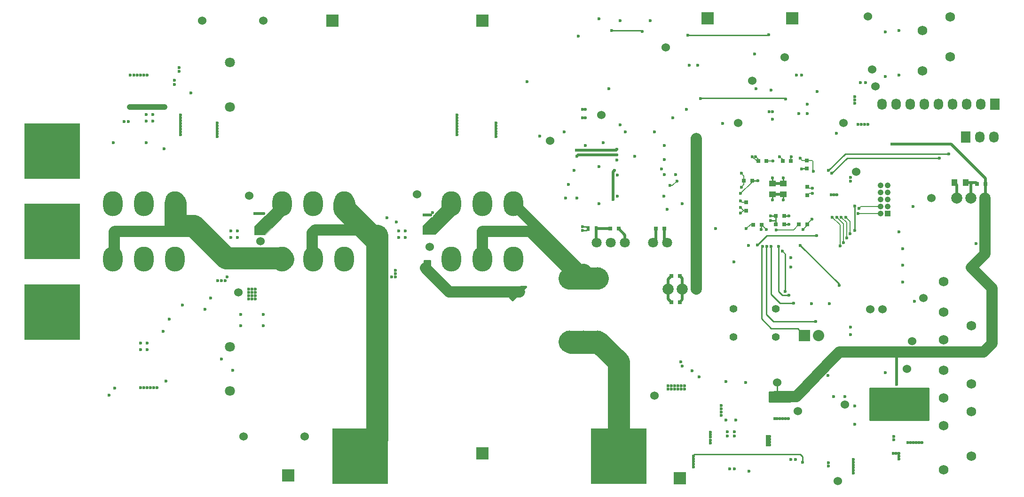
<source format=gbl>
G04 #@! TF.FileFunction,Copper,L4,Bot,Signal*
%FSLAX46Y46*%
G04 Gerber Fmt 4.6, Leading zero omitted, Abs format (unit mm)*
G04 Created by KiCad (PCBNEW 4.0.2+dfsg1-stable) date Tue 26 Sep 2017 03:44:04 AM EDT*
%MOMM*%
G01*
G04 APERTURE LIST*
%ADD10C,0.100000*%
%ADD11C,0.600000*%
%ADD12C,1.800000*%
%ADD13C,1.750000*%
%ADD14O,3.500120X4.501640*%
%ADD15C,2.000000*%
%ADD16O,3.000000X4.000000*%
%ADD17R,0.800000X0.750000*%
%ADD18R,0.750000X0.800000*%
%ADD19R,2.032000X2.032000*%
%ADD20O,2.032000X2.032000*%
%ADD21R,0.500000X0.900000*%
%ADD22C,1.397000*%
%ADD23R,1.050000X1.050000*%
%ADD24C,1.050000*%
%ADD25R,1.727200X2.032000*%
%ADD26O,1.727200X2.032000*%
%ADD27C,1.524000*%
%ADD28R,10.000000X10.000000*%
%ADD29R,1.000000X1.250000*%
%ADD30R,1.250000X1.000000*%
%ADD31R,2.235200X2.235200*%
%ADD32C,0.508000*%
%ADD33C,0.152400*%
%ADD34C,0.254000*%
%ADD35C,2.000000*%
%ADD36C,4.000000*%
%ADD37C,3.000000*%
%ADD38C,1.000000*%
%ADD39C,0.025500*%
%ADD40C,0.381000*%
G04 APERTURE END LIST*
D10*
D11*
X125500000Y-79100000D03*
X123500000Y-81100000D03*
X108300000Y-76200000D03*
X108300000Y-75600000D03*
X108300000Y-75000000D03*
X108300000Y-74400000D03*
X77100000Y-81200000D03*
X76500000Y-81200000D03*
X75900000Y-81200000D03*
X77100000Y-80600000D03*
X76500000Y-80600000D03*
X75900000Y-80600000D03*
X77100000Y-80000000D03*
X76500000Y-80000000D03*
X75900000Y-80000000D03*
X77100000Y-79400000D03*
X76500000Y-79400000D03*
D12*
X72500000Y-46500000D03*
X72500000Y-38500000D03*
D13*
X206000000Y-96500000D03*
X201000000Y-94000000D03*
X201000000Y-99000000D03*
X201000000Y-104000000D03*
X206000000Y-101500000D03*
D11*
X136500000Y-48500000D03*
X136000000Y-48500000D03*
X136500000Y-47000000D03*
X120400000Y-51900000D03*
X120400000Y-51400000D03*
X120400000Y-50900000D03*
X120400000Y-50400000D03*
X120400000Y-49900000D03*
X113400000Y-51500000D03*
X113400000Y-51000000D03*
X113400000Y-50500000D03*
X113400000Y-50000000D03*
X113400000Y-49500000D03*
X113400000Y-49000000D03*
X113400000Y-48500000D03*
X63600000Y-51500000D03*
X63600000Y-51000000D03*
X63600000Y-50500000D03*
X63600000Y-50000000D03*
X63600000Y-49500000D03*
X63600000Y-49000000D03*
X63600000Y-48500000D03*
X70200000Y-51900000D03*
X70200000Y-51400000D03*
X70200000Y-50900000D03*
X70200000Y-50400000D03*
X70200000Y-49900000D03*
X125100000Y-79500000D03*
X124700000Y-79900000D03*
X124300000Y-80300000D03*
X107700000Y-76200000D03*
X107700000Y-75600000D03*
X107700000Y-75000000D03*
X185050000Y-45900000D03*
X185050000Y-45300000D03*
X187400000Y-49700000D03*
X186800000Y-49700000D03*
X186200000Y-49700000D03*
X169750000Y-106000000D03*
X169250000Y-106000000D03*
X173450000Y-99400000D03*
X172850000Y-99400000D03*
X172250000Y-99400000D03*
X171650000Y-99400000D03*
X171050000Y-99400000D03*
X170450000Y-99400000D03*
X169850000Y-99400000D03*
X173450000Y-98800000D03*
X172850000Y-98800000D03*
X172250000Y-98800000D03*
X171650000Y-98800000D03*
X171050000Y-98800000D03*
X170450000Y-98800000D03*
X169850000Y-98800000D03*
X173450000Y-98200000D03*
X172850000Y-98200000D03*
X172250000Y-98200000D03*
X171650000Y-98200000D03*
X171050000Y-98200000D03*
X170450000Y-98200000D03*
X169850000Y-98200000D03*
X160950000Y-102200000D03*
X160950000Y-101600000D03*
X160950000Y-101000000D03*
X154400000Y-97400000D03*
X153800000Y-97400000D03*
X153200000Y-97400000D03*
X152600000Y-97400000D03*
X152000000Y-97400000D03*
X151400000Y-97400000D03*
X154400000Y-96800000D03*
X153800000Y-96800000D03*
X153200000Y-96800000D03*
X152600000Y-96800000D03*
X152000000Y-96800000D03*
X57600000Y-40800000D03*
X57000000Y-40800000D03*
X56400000Y-40800000D03*
X55800000Y-40800000D03*
X55200000Y-40800000D03*
X59400000Y-97200000D03*
X58800000Y-97200000D03*
X58200000Y-97200000D03*
X57600000Y-97200000D03*
X57000000Y-97200000D03*
X191400000Y-99700000D03*
X190800000Y-99700000D03*
X190200000Y-99700000D03*
X189600000Y-99700000D03*
X191400000Y-99100000D03*
X190800000Y-99100000D03*
X190200000Y-99100000D03*
X184800000Y-112600000D03*
X184800000Y-112100000D03*
X184800000Y-111600000D03*
X184800000Y-111100000D03*
X184800000Y-110600000D03*
X197100000Y-107100000D03*
X196600000Y-107100000D03*
X196100000Y-107100000D03*
X195600000Y-107100000D03*
X195100000Y-107100000D03*
X173100000Y-102800000D03*
X172600000Y-102800000D03*
X172100000Y-102800000D03*
X171600000Y-102800000D03*
X171100000Y-102800000D03*
X156000000Y-111500000D03*
X156000000Y-111000000D03*
X156000000Y-110500000D03*
X156000000Y-110000000D03*
X169750000Y-106500000D03*
X169250000Y-106500000D03*
X169750000Y-107000000D03*
X169750000Y-107500000D03*
X169750000Y-107500000D03*
X169250000Y-107500000D03*
X169750000Y-107000000D03*
X169250000Y-107000000D03*
X159050000Y-105200000D03*
X159050000Y-107200000D03*
X159050000Y-106650000D03*
X159050000Y-106100000D03*
D14*
X57000000Y-74000000D03*
X51412000Y-74000000D03*
X62588000Y-74000000D03*
D15*
X156464000Y-79375000D03*
X153964000Y-79375000D03*
D16*
X133604000Y-77470000D03*
X136144000Y-77470000D03*
X138684000Y-77470000D03*
X138684000Y-88900000D03*
X136144000Y-88900000D03*
X133604000Y-88900000D03*
D15*
X151384000Y-79375000D03*
D14*
X87500000Y-64000000D03*
X93088000Y-64000000D03*
X81912000Y-64000000D03*
D17*
X208550000Y-60400000D03*
X207050000Y-60400000D03*
X150750000Y-68500000D03*
X149250000Y-68500000D03*
X141000000Y-68500000D03*
X142500000Y-68500000D03*
D18*
X165500000Y-63750000D03*
X165500000Y-65250000D03*
X176400000Y-56150000D03*
X176400000Y-57650000D03*
D17*
X168250000Y-67800000D03*
X166750000Y-67800000D03*
X172050000Y-56300000D03*
X173550000Y-56300000D03*
X172350000Y-66200000D03*
X170850000Y-66200000D03*
X176450000Y-67700000D03*
X174950000Y-67700000D03*
X167650000Y-56300000D03*
X169150000Y-56300000D03*
D19*
X176000000Y-87750000D03*
D20*
X178540000Y-87750000D03*
D21*
X138500000Y-68500000D03*
X137000000Y-68500000D03*
D13*
X201000000Y-78000000D03*
X206000000Y-75500000D03*
X201000000Y-83500000D03*
X201000000Y-88500000D03*
X206000000Y-86000000D03*
D22*
X163190000Y-88040000D03*
X163190000Y-82960000D03*
X170810000Y-88040000D03*
X170810000Y-82960000D03*
D17*
X165050000Y-59800000D03*
X166550000Y-59800000D03*
D18*
X176500000Y-62450000D03*
X176500000Y-60950000D03*
D17*
X172350000Y-67700000D03*
X170850000Y-67700000D03*
D13*
X201000000Y-112000000D03*
X206000000Y-109500000D03*
D23*
X191000000Y-65750000D03*
D24*
X191000000Y-64480000D03*
X191000000Y-63210000D03*
X191000000Y-61940000D03*
X191000000Y-60670000D03*
X189730000Y-64480000D03*
X189730000Y-63210000D03*
X189730000Y-61940000D03*
X189730000Y-60670000D03*
X189730000Y-65750000D03*
D12*
X151250000Y-71000000D03*
X148710000Y-71000000D03*
X141090000Y-71000000D03*
X143630000Y-71000000D03*
X138550000Y-71000000D03*
D25*
X205000000Y-52000000D03*
D26*
X207540000Y-52000000D03*
X210080000Y-52000000D03*
D27*
X67500000Y-31000000D03*
X78500000Y-31000000D03*
X75000000Y-106000000D03*
X86000000Y-106000000D03*
D28*
X40500000Y-54500000D03*
X40500000Y-83500000D03*
X40500000Y-69000000D03*
X96000000Y-109500000D03*
X142500000Y-109500000D03*
D14*
X118000000Y-64000000D03*
X123588000Y-64000000D03*
X112412000Y-64000000D03*
X118000000Y-74000000D03*
X112412000Y-74000000D03*
X123588000Y-74000000D03*
X87500000Y-74000000D03*
X81912000Y-74000000D03*
X93088000Y-74000000D03*
X57000000Y-64000000D03*
X62588000Y-64000000D03*
X51412000Y-64000000D03*
D17*
X153500000Y-77000000D03*
X152000000Y-77000000D03*
X153500000Y-81750000D03*
X152000000Y-81750000D03*
D13*
X197250000Y-40000000D03*
X202250000Y-37500000D03*
X197250000Y-32750000D03*
X202250000Y-30250000D03*
D29*
X203000000Y-60200000D03*
X205000000Y-60200000D03*
D30*
X172200000Y-62300000D03*
X172200000Y-60300000D03*
X170200000Y-62300000D03*
X170200000Y-60300000D03*
D11*
X73850000Y-70100000D03*
X73850000Y-68900000D03*
X72650000Y-70100000D03*
X72650000Y-68900000D03*
X104100000Y-70100000D03*
X104100000Y-68900000D03*
X102900000Y-70100000D03*
X102900000Y-68900000D03*
D25*
X210250000Y-46000000D03*
D26*
X207710000Y-46000000D03*
X205170000Y-46000000D03*
X202630000Y-46000000D03*
X200090000Y-46000000D03*
X197550000Y-46000000D03*
X195010000Y-46000000D03*
X192470000Y-46000000D03*
X189930000Y-46000000D03*
D11*
X159050000Y-105650000D03*
X151400000Y-96800000D03*
X156000000Y-109500000D03*
X170600000Y-102800000D03*
X194600000Y-107100000D03*
X184800000Y-110100000D03*
X189600000Y-99100000D03*
D27*
X151000000Y-35800000D03*
X183000000Y-49400000D03*
X156500000Y-52200000D03*
X166600000Y-41800000D03*
X164000000Y-49400000D03*
X172400000Y-37600000D03*
X188200000Y-39800000D03*
X187400000Y-30200000D03*
X171100000Y-96200000D03*
X194400000Y-93800000D03*
X198800000Y-63000000D03*
X188800000Y-42800000D03*
X149000000Y-98600000D03*
X174800000Y-101400000D03*
X183250000Y-100250000D03*
X130200000Y-52600000D03*
X182000000Y-114000000D03*
X139400000Y-48000000D03*
X187800000Y-83000000D03*
X190000000Y-83000000D03*
X197400000Y-81000000D03*
X195400000Y-88800000D03*
X185250000Y-58250000D03*
X74000000Y-80000000D03*
X106250000Y-62250000D03*
X108500000Y-71750000D03*
X78000000Y-70750000D03*
X76000000Y-62500000D03*
D11*
X56400000Y-97200000D03*
X54600000Y-40800000D03*
X160950000Y-100400000D03*
X185600000Y-49700000D03*
X185050000Y-44700000D03*
X107700000Y-74400000D03*
X123900000Y-80700000D03*
X70200000Y-49400000D03*
X63600000Y-48000000D03*
X113400000Y-48000000D03*
X120400000Y-49400000D03*
X136000000Y-47000000D03*
D12*
X72500000Y-97790000D03*
X72500000Y-89790000D03*
D15*
X203400000Y-63000000D03*
X205940000Y-63000000D03*
X208480000Y-63000000D03*
D31*
X153500000Y-113500000D03*
X158500000Y-30500000D03*
X173750000Y-30500000D03*
X83000000Y-113000000D03*
X118000000Y-109000000D03*
X91000000Y-31000000D03*
X118000000Y-31000000D03*
D11*
X75900000Y-79400000D03*
X162130000Y-105112500D03*
X163370000Y-105112500D03*
X163370000Y-105887500D03*
X162130000Y-105887500D03*
X185000000Y-100500000D03*
X185000000Y-103800000D03*
X192100000Y-106600000D03*
X192100000Y-106000000D03*
X197800000Y-102700000D03*
X183250000Y-98750000D03*
X181250000Y-98750000D03*
X164500000Y-62100000D03*
X186950000Y-42150000D03*
X186050000Y-42150000D03*
X195800000Y-81600000D03*
X167600000Y-59800000D03*
X175500000Y-57700000D03*
X170200000Y-59300000D03*
X172200000Y-59300000D03*
X169900000Y-67000000D03*
X169900000Y-66200000D03*
X173600000Y-55500000D03*
X164500000Y-64700000D03*
X164500000Y-65700000D03*
X177400000Y-61200000D03*
X170300000Y-56300000D03*
X170900000Y-68700000D03*
X165500000Y-68500000D03*
X181800000Y-62400000D03*
X181300000Y-62400000D03*
X180800000Y-62400000D03*
X184300000Y-59900000D03*
X184300000Y-59200000D03*
X165400000Y-96200000D03*
X192950000Y-69100000D03*
X163400000Y-111800000D03*
X166000000Y-112200000D03*
X197200000Y-102700000D03*
X153700000Y-92500000D03*
X155700000Y-94100000D03*
X162500000Y-111800000D03*
X174400000Y-110100000D03*
X173500000Y-110100000D03*
X180300000Y-111300000D03*
X180300000Y-110700000D03*
X154000000Y-93250000D03*
X157000000Y-95250000D03*
X180500000Y-82000000D03*
X177250000Y-82000000D03*
X190500000Y-33000000D03*
X190500000Y-41000000D03*
X156750000Y-39000000D03*
X167000000Y-37000000D03*
X176500000Y-47750000D03*
X174500000Y-40750000D03*
X178250000Y-43750000D03*
X176500000Y-46000000D03*
X170250000Y-48750000D03*
X161250000Y-49500000D03*
X154750000Y-47000000D03*
X167250000Y-43250000D03*
X152250000Y-48500000D03*
X193700000Y-72100000D03*
X193700000Y-75100000D03*
X193700000Y-78100000D03*
X150750000Y-56000000D03*
X150750000Y-58750000D03*
X152750000Y-58750000D03*
X150750000Y-53500000D03*
X149000000Y-51000000D03*
X150700000Y-62600000D03*
X154000000Y-64000000D03*
X181750000Y-51250000D03*
X184250000Y-86250000D03*
X163250000Y-74500000D03*
X160000000Y-68500000D03*
X173500000Y-75400000D03*
X173500000Y-73700000D03*
X170000000Y-43500000D03*
X169500000Y-33500000D03*
X155000000Y-33600000D03*
X192600000Y-96600000D03*
X191750000Y-53250000D03*
X175600000Y-110600000D03*
X190500000Y-94500000D03*
X62500000Y-41750000D03*
X62500000Y-42500000D03*
X136000000Y-68800000D03*
X136000000Y-68100000D03*
X128300000Y-51800000D03*
X63400000Y-40100000D03*
X63400000Y-39400000D03*
X54250000Y-49200000D03*
X53500000Y-49150000D03*
X58587500Y-49087500D03*
X57412500Y-49087500D03*
X58587500Y-47912500D03*
X57412500Y-47912500D03*
X56412500Y-90337500D03*
X57587500Y-90337500D03*
X57587500Y-89162500D03*
X56412500Y-89162500D03*
X50750000Y-98500000D03*
X51750000Y-97250000D03*
X64000000Y-82250000D03*
X139000000Y-30600000D03*
X148200000Y-31000000D03*
X142800000Y-31000000D03*
X132750000Y-51000000D03*
X139750000Y-53000000D03*
X142750000Y-49750000D03*
X143750000Y-51000000D03*
X139000000Y-64000000D03*
X139000000Y-57250000D03*
X142200000Y-56100000D03*
X142300000Y-62600000D03*
X142300000Y-58800000D03*
X206900000Y-71200000D03*
X195500000Y-64500000D03*
X180200000Y-95000000D03*
X150200000Y-57750000D03*
X151250000Y-65000000D03*
X170200000Y-63300000D03*
X172200000Y-63300000D03*
X171500000Y-55500000D03*
X164600000Y-58500000D03*
X164600000Y-61000000D03*
X164500000Y-63500000D03*
X175200000Y-55800000D03*
X177400000Y-62100000D03*
X177600000Y-58100000D03*
X167200000Y-55500000D03*
X166600000Y-55500000D03*
X177300000Y-66800000D03*
X175700000Y-68600000D03*
X169100000Y-68600000D03*
X168200000Y-68600000D03*
X165900000Y-71500000D03*
X184300000Y-87600000D03*
X126000000Y-42000000D03*
X135250000Y-33750000D03*
X141500000Y-63250000D03*
X141750000Y-58000000D03*
X65500000Y-44000000D03*
X61000000Y-96000000D03*
X140750000Y-43250000D03*
X136500000Y-53500000D03*
X174000000Y-81900000D03*
X170000000Y-71700000D03*
X169200000Y-71700000D03*
X178000000Y-85250000D03*
X77000000Y-65800000D03*
X77400000Y-65800000D03*
X78600000Y-65800000D03*
X78200000Y-65800000D03*
X77800000Y-65800000D03*
X185000000Y-68800000D03*
X178200000Y-69700000D03*
X167500000Y-71400000D03*
X185000000Y-64400000D03*
X60700000Y-54100000D03*
X134900000Y-54300000D03*
X142200000Y-54200000D03*
X60500000Y-87000000D03*
X73000000Y-94000000D03*
X71000000Y-92000000D03*
X145400000Y-55400000D03*
X69000000Y-81000000D03*
X133000000Y-63000000D03*
X74500000Y-84000000D03*
X78500000Y-84000000D03*
X68000000Y-83000000D03*
X135000000Y-63000000D03*
X74500000Y-86000000D03*
X78500000Y-86000000D03*
X134500000Y-58000000D03*
X100750000Y-66500000D03*
X102500000Y-67250000D03*
X133500000Y-60500000D03*
X142200000Y-55200000D03*
X135000000Y-55400000D03*
X57400000Y-53000000D03*
X61600000Y-84850000D03*
X108700000Y-66000000D03*
X109000000Y-65600000D03*
X108300000Y-66000000D03*
X107900000Y-66000000D03*
X107500000Y-66000000D03*
X200250000Y-55750000D03*
X180900000Y-58500000D03*
X180300000Y-58000000D03*
X202000000Y-55000000D03*
X183400000Y-66400000D03*
X184200000Y-69400000D03*
X182600000Y-66400000D03*
X183600000Y-70200000D03*
X181800000Y-66400000D03*
X183000000Y-71000000D03*
X181000000Y-66400000D03*
X182400000Y-71600000D03*
X153000000Y-59900000D03*
X151800000Y-60700000D03*
X182250000Y-78750000D03*
X175250000Y-71500000D03*
X171300000Y-71700000D03*
X173200000Y-80500000D03*
X172500000Y-79800000D03*
X172000000Y-72500000D03*
X185600000Y-65800000D03*
X185800000Y-64800000D03*
X60750000Y-46500000D03*
X54500000Y-46500000D03*
X157250000Y-45000000D03*
X172600000Y-45100000D03*
X170200000Y-47400000D03*
X169600000Y-47400000D03*
X193000000Y-32750000D03*
X193000000Y-40750000D03*
X155250000Y-39000000D03*
X175000000Y-47750000D03*
X175500000Y-40750000D03*
X108500000Y-69100000D03*
X108500000Y-68700000D03*
X108000000Y-69100000D03*
X107500000Y-69100000D03*
X108000000Y-68700000D03*
X107500000Y-68700000D03*
X78300000Y-69200000D03*
X77800000Y-69200000D03*
X78300000Y-68600000D03*
X77800000Y-68600000D03*
X77300000Y-69200000D03*
X77300000Y-68600000D03*
X101600000Y-77200000D03*
X102300000Y-77200000D03*
X102300000Y-76600000D03*
X102300000Y-76000000D03*
X71000000Y-77900000D03*
X70300000Y-77900000D03*
X71700000Y-77900000D03*
X72000000Y-77200000D03*
X161800000Y-96100000D03*
X163600000Y-103000000D03*
X161800000Y-103000000D03*
X173200000Y-66200000D03*
X173200000Y-67700000D03*
X146800000Y-32900000D03*
X141300000Y-32700000D03*
X193000000Y-109500000D03*
X192000000Y-109000000D03*
X192500000Y-109000000D03*
X193000000Y-109000000D03*
X193000000Y-110000000D03*
X51500000Y-53000000D03*
X168400000Y-71700000D03*
D32*
X205940000Y-63000000D02*
X205940000Y-60200000D01*
X206000000Y-60400000D02*
X206000000Y-60200000D01*
X206000000Y-60260000D02*
X206000000Y-60400000D01*
X205940000Y-60200000D02*
X206000000Y-60260000D01*
X205000000Y-60200000D02*
X206000000Y-60200000D01*
X206000000Y-60200000D02*
X206850000Y-60200000D01*
X206850000Y-60200000D02*
X207050000Y-60400000D01*
D33*
X164500000Y-62100000D02*
X166550000Y-60050000D01*
X166550000Y-60050000D02*
X166550000Y-59800000D01*
D34*
X166550000Y-59800000D02*
X167600000Y-59800000D01*
X176400000Y-57650000D02*
X175550000Y-57650000D01*
X175550000Y-57650000D02*
X175500000Y-57700000D01*
X170200000Y-60300000D02*
X170200000Y-59300000D01*
X172200000Y-60300000D02*
X172200000Y-59300000D01*
X170850000Y-67000000D02*
X169900000Y-67000000D01*
X170850000Y-66200000D02*
X169900000Y-66200000D01*
D32*
X170200000Y-60300000D02*
X172200000Y-60300000D01*
D33*
X173550000Y-55550000D02*
X173550000Y-56300000D01*
X173600000Y-55500000D02*
X173550000Y-55550000D01*
X165050000Y-65250000D02*
X165500000Y-65250000D01*
X164500000Y-64700000D02*
X165050000Y-65250000D01*
X164950000Y-65250000D02*
X165500000Y-65250000D01*
X164500000Y-65700000D02*
X164950000Y-65250000D01*
X176750000Y-61200000D02*
X177400000Y-61200000D01*
X176750000Y-61200000D02*
X176500000Y-60950000D01*
X170300000Y-56300000D02*
X169150000Y-56300000D01*
X174050000Y-68700000D02*
X174950000Y-67700000D01*
X170900000Y-68700000D02*
X174050000Y-68700000D01*
X166200000Y-67800000D02*
X166750000Y-67800000D01*
X165500000Y-68500000D02*
X166200000Y-67800000D01*
D34*
X170850000Y-67700000D02*
X170850000Y-67000000D01*
X170850000Y-67000000D02*
X170850000Y-66200000D01*
D32*
X149250000Y-68500000D02*
X149250000Y-70460000D01*
X149250000Y-70460000D02*
X148710000Y-71000000D01*
X205960000Y-63000000D02*
X206000000Y-62960000D01*
D34*
X169400000Y-33600000D02*
X169500000Y-33500000D01*
X155000000Y-33600000D02*
X169400000Y-33600000D01*
D32*
X192600000Y-96600000D02*
X192600000Y-90950000D01*
X192600000Y-90950000D02*
X192400000Y-90750000D01*
X202400000Y-53250000D02*
X208550000Y-59400000D01*
X208550000Y-59400000D02*
X208550000Y-60400000D01*
D35*
X206000000Y-75500000D02*
X209750000Y-79250000D01*
X185900000Y-90750000D02*
X186000000Y-90750000D01*
X186000000Y-90750000D02*
X182250000Y-90750000D01*
X174500000Y-98800000D02*
X170600000Y-98800000D01*
X179750000Y-93250000D02*
X174500000Y-98800000D01*
X182250000Y-90750000D02*
X179750000Y-93250000D01*
X208250000Y-90750000D02*
X192400000Y-90750000D01*
X192400000Y-90750000D02*
X185900000Y-90750000D01*
X209750000Y-89250000D02*
X208250000Y-90750000D01*
X209750000Y-79250000D02*
X209750000Y-89250000D01*
X206000000Y-75500000D02*
X208500000Y-73000000D01*
X208500000Y-73000000D02*
X208500000Y-63000000D01*
D32*
X208550000Y-60400000D02*
X208550000Y-62930000D01*
X208550000Y-62930000D02*
X208480000Y-63000000D01*
D34*
X202500000Y-53250000D02*
X202400000Y-53250000D01*
D32*
X202400000Y-53250000D02*
X191750000Y-53250000D01*
D34*
X171100000Y-96200000D02*
X171050000Y-96250000D01*
X171050000Y-96250000D02*
X171050000Y-98200000D01*
D32*
X208500000Y-63000000D02*
X208750000Y-62750000D01*
X153500000Y-81750000D02*
X153964000Y-81286000D01*
X153964000Y-81286000D02*
X153964000Y-79375000D01*
X153500000Y-77000000D02*
X153964000Y-77464000D01*
X153964000Y-77464000D02*
X153964000Y-79375000D01*
X150750000Y-68500000D02*
X150750000Y-70500000D01*
X150750000Y-70500000D02*
X151250000Y-71000000D01*
X152000000Y-81750000D02*
X151384000Y-81134000D01*
X151384000Y-81134000D02*
X151384000Y-79375000D01*
X152000000Y-77000000D02*
X151384000Y-77616000D01*
X151384000Y-77616000D02*
X151384000Y-79375000D01*
D34*
X156000000Y-109500000D02*
X156000000Y-109400000D01*
X156000000Y-109400000D02*
X156200000Y-109200000D01*
X175600000Y-109600000D02*
X175600000Y-110600000D01*
X175200000Y-109200000D02*
X175600000Y-109600000D01*
X156200000Y-109200000D02*
X175200000Y-109200000D01*
X137000000Y-68500000D02*
X136700000Y-68800000D01*
X136700000Y-68800000D02*
X136000000Y-68800000D01*
X137000000Y-68500000D02*
X136600000Y-68100000D01*
X136600000Y-68100000D02*
X136000000Y-68100000D01*
X58587500Y-49087500D02*
X58600000Y-49100000D01*
X57412500Y-49087500D02*
X57400000Y-49100000D01*
X58587500Y-47912500D02*
X58600000Y-47900000D01*
X57400000Y-47950000D02*
X57412500Y-47937500D01*
X57412500Y-47937500D02*
X57412500Y-47912500D01*
X56412500Y-90337500D02*
X56400000Y-90350000D01*
X57587500Y-90337500D02*
X57600000Y-90350000D01*
X57700000Y-89150000D02*
X57687500Y-89162500D01*
X57687500Y-89162500D02*
X57587500Y-89162500D01*
X56362500Y-89162500D02*
X56350000Y-89150000D01*
X56412500Y-89162500D02*
X56362500Y-89162500D01*
D32*
X142500000Y-68500000D02*
X143630000Y-69630000D01*
X143630000Y-69630000D02*
X143630000Y-71000000D01*
D34*
X104087500Y-70087500D02*
X104100000Y-70100000D01*
X104100000Y-68800000D02*
X104100000Y-68900000D01*
X104100000Y-68900000D02*
X104087500Y-68912500D01*
X102800000Y-70100000D02*
X102900000Y-70100000D01*
X102900000Y-70100000D02*
X102912500Y-70087500D01*
X102800000Y-68900000D02*
X102900000Y-68900000D01*
X102900000Y-68900000D02*
X102912500Y-68912500D01*
D35*
X51800000Y-69000000D02*
X68100000Y-69000000D01*
X71900000Y-73900000D02*
X71800000Y-73800000D01*
X68100000Y-69000000D02*
X71900000Y-73900000D01*
X51700000Y-73712000D02*
X51700000Y-69100000D01*
X51700000Y-69100000D02*
X51800000Y-69000000D01*
D36*
X66000000Y-68000000D02*
X62900000Y-68000000D01*
X62688000Y-67788000D02*
X62900000Y-68000000D01*
X62688000Y-63900000D02*
X62688000Y-67788000D01*
X71800000Y-73800000D02*
X66000000Y-68000000D01*
X71800000Y-73800000D02*
X81912000Y-73800000D01*
D35*
X51412000Y-74000000D02*
X51700000Y-73712000D01*
D36*
X81912000Y-73800000D02*
X82112000Y-74000000D01*
D35*
X51412000Y-74000000D02*
X51400000Y-73988000D01*
X51412000Y-74000000D02*
X51500000Y-73912000D01*
X62600000Y-63988000D02*
X62688000Y-63900000D01*
D32*
X203400000Y-63000000D02*
X203400000Y-60600000D01*
X203400000Y-60600000D02*
X203000000Y-60200000D01*
D34*
X170200000Y-62300000D02*
X170200000Y-63300000D01*
X172200000Y-62300000D02*
X172200000Y-63300000D01*
D32*
X170200000Y-62300000D02*
X172200000Y-62300000D01*
D33*
X171500000Y-55500000D02*
X172050000Y-56050000D01*
X172050000Y-56050000D02*
X172050000Y-56300000D01*
X165050000Y-58950000D02*
X165050000Y-59800000D01*
X164600000Y-58500000D02*
X165050000Y-58950000D01*
X165050000Y-60550000D02*
X165050000Y-59800000D01*
X164600000Y-61000000D02*
X165050000Y-60550000D01*
X164750000Y-63750000D02*
X165500000Y-63750000D01*
X164500000Y-63500000D02*
X164750000Y-63750000D01*
X175550000Y-56150000D02*
X176400000Y-56150000D01*
X175200000Y-55800000D02*
X175550000Y-56150000D01*
X176850000Y-62100000D02*
X177400000Y-62100000D01*
X176850000Y-62100000D02*
X176500000Y-62450000D01*
X177600000Y-58100000D02*
X177500000Y-58000000D01*
X177500000Y-58000000D02*
X177500000Y-56300000D01*
X177500000Y-56300000D02*
X177350000Y-56150000D01*
X177350000Y-56150000D02*
X176400000Y-56150000D01*
X167200000Y-55500000D02*
X167650000Y-55950000D01*
X167650000Y-55950000D02*
X167650000Y-56300000D01*
X166600000Y-55500000D02*
X167400000Y-56300000D01*
X167400000Y-56300000D02*
X167650000Y-56300000D01*
X177300000Y-66800000D02*
X176450000Y-67650000D01*
X176450000Y-67650000D02*
X176450000Y-67700000D01*
X175700000Y-68600000D02*
X176450000Y-67850000D01*
X176450000Y-67850000D02*
X176450000Y-67700000D01*
X169100000Y-68600000D02*
X168300000Y-67800000D01*
X168300000Y-67800000D02*
X168250000Y-67800000D01*
X168200000Y-68600000D02*
X168250000Y-67850000D01*
X168250000Y-67850000D02*
X168250000Y-67800000D01*
D32*
X141500000Y-58250000D02*
X141500000Y-63250000D01*
X141750000Y-58000000D02*
X141500000Y-58250000D01*
D35*
X112100000Y-79900000D02*
X124700000Y-79900000D01*
X107700000Y-75600000D02*
X112000000Y-79900000D01*
D32*
X138500000Y-68500000D02*
X141000000Y-68500000D01*
X138500000Y-68500000D02*
X138500000Y-70950000D01*
X138500000Y-70950000D02*
X138550000Y-71000000D01*
D34*
X174000000Y-81900000D02*
X171600000Y-81900000D01*
X171600000Y-81900000D02*
X170000000Y-80300000D01*
X170000000Y-80300000D02*
X170000000Y-71700000D01*
D33*
X169200000Y-71700000D02*
X169100000Y-71700000D01*
X169100000Y-71700000D02*
X169200000Y-71700000D01*
X169200000Y-71700000D02*
X169100000Y-71700000D01*
D34*
X170400000Y-85250000D02*
X178000000Y-85250000D01*
X169100000Y-83950000D02*
X170400000Y-85250000D01*
X169100000Y-71700000D02*
X169100000Y-71700000D01*
X169100000Y-71700000D02*
X169100000Y-83950000D01*
D36*
X40242500Y-68809500D02*
X40140000Y-68912000D01*
X142500000Y-103200000D02*
X142500000Y-109500000D01*
X133604000Y-88900000D02*
X138684000Y-88900000D01*
X136540000Y-89000000D02*
X134000000Y-89000000D01*
X136540000Y-89000000D02*
X139000000Y-89000000D01*
X139000000Y-89000000D02*
X142500000Y-92500000D01*
X142500000Y-92500000D02*
X142500000Y-103200000D01*
X142500000Y-103200000D02*
X142500000Y-105230000D01*
X99000000Y-102000000D02*
X99000000Y-106500000D01*
X99000000Y-106500000D02*
X96000000Y-109500000D01*
X99000000Y-98700000D02*
X99000000Y-70750000D01*
X99000000Y-98700000D02*
X99000000Y-102000000D01*
D35*
X87300000Y-74000000D02*
X87300000Y-69246000D01*
X87800000Y-68746000D02*
X97500000Y-68746000D01*
X87300000Y-69246000D02*
X87800000Y-68746000D01*
D36*
X93088000Y-64838000D02*
X99000000Y-70750000D01*
X99000000Y-70750000D02*
X99000000Y-69745000D01*
X93088000Y-64000000D02*
X93088000Y-64838000D01*
D34*
X178200000Y-69700000D02*
X169200000Y-69700000D01*
X169200000Y-69700000D02*
X167500000Y-71400000D01*
X185000000Y-68800000D02*
X185000000Y-64400000D01*
D32*
X142100000Y-54300000D02*
X134900000Y-54300000D01*
D34*
X142200000Y-54200000D02*
X142100000Y-54300000D01*
D32*
X142200000Y-55200000D02*
X135200000Y-55200000D01*
D34*
X135200000Y-55200000D02*
X135000000Y-55400000D01*
X107500000Y-66000000D02*
X107400000Y-66000000D01*
D35*
X126500000Y-69000000D02*
X134970000Y-77470000D01*
X134970000Y-77470000D02*
X136144000Y-77470000D01*
X128500000Y-68912000D02*
X136144000Y-76556000D01*
X136144000Y-76556000D02*
X136144000Y-77470000D01*
X123588000Y-64000000D02*
X128500000Y-68912000D01*
X128500000Y-68912000D02*
X128500000Y-69826000D01*
X118000000Y-74000000D02*
X118000000Y-69500000D01*
X128500000Y-69826000D02*
X136144000Y-77470000D01*
X128500000Y-69000000D02*
X128500000Y-69826000D01*
X118000000Y-69000000D02*
X126500000Y-69000000D01*
X126500000Y-69000000D02*
X128500000Y-69000000D01*
X118000000Y-69500000D02*
X118000000Y-69000000D01*
D37*
X136144000Y-76244000D02*
X136144000Y-77470000D01*
D35*
X136144000Y-77470000D02*
X136144000Y-77144000D01*
D36*
X133604000Y-77470000D02*
X136144000Y-77470000D01*
X138684000Y-77470000D02*
X136144000Y-77470000D01*
D37*
X136540000Y-77570000D02*
X139080000Y-77570000D01*
X134000000Y-77570000D02*
X136540000Y-77570000D01*
D34*
X185500000Y-55750000D02*
X200250000Y-55750000D01*
X183650000Y-55750000D02*
X185500000Y-55750000D01*
X180900000Y-58500000D02*
X183650000Y-55750000D01*
X185000000Y-55000000D02*
X200000000Y-55000000D01*
X200000000Y-55000000D02*
X202000000Y-55000000D01*
X183300000Y-55000000D02*
X185000000Y-55000000D01*
X180300000Y-58000000D02*
X183300000Y-55000000D01*
D33*
X183400000Y-66400000D02*
X184200000Y-67200000D01*
X184200000Y-67200000D02*
X184200000Y-69400000D01*
X182600000Y-66400000D02*
X183600000Y-67400000D01*
X183600000Y-67400000D02*
X183600000Y-70200000D01*
X181800000Y-66400000D02*
X183000000Y-67600000D01*
X183000000Y-67600000D02*
X183000000Y-71000000D01*
X181000000Y-66400000D02*
X182400000Y-67800000D01*
X182400000Y-67800000D02*
X182400000Y-71600000D01*
X153000000Y-59900000D02*
X152200000Y-60700000D01*
X152200000Y-60700000D02*
X151800000Y-60700000D01*
X182250000Y-78500000D02*
X182250000Y-78750000D01*
D34*
X175250000Y-71500000D02*
X182250000Y-78500000D01*
X171300000Y-71700000D02*
X171300000Y-79800000D01*
X171300000Y-79800000D02*
X172000000Y-80500000D01*
X172000000Y-80500000D02*
X173200000Y-80500000D01*
X171300000Y-79850000D02*
X171300000Y-79800000D01*
X172500000Y-73000000D02*
X172500000Y-79800000D01*
D33*
X172000000Y-72500000D02*
X172500000Y-73000000D01*
X185650000Y-65750000D02*
X189730000Y-65750000D01*
X185600000Y-65800000D02*
X185650000Y-65750000D01*
X186120000Y-64480000D02*
X189730000Y-64480000D01*
X185800000Y-64800000D02*
X186120000Y-64480000D01*
D38*
X60750000Y-46500000D02*
X54500000Y-46500000D01*
D34*
X157250000Y-45000000D02*
X157350000Y-44900000D01*
X172400000Y-44900000D02*
X172600000Y-45100000D01*
X157350000Y-44900000D02*
X172400000Y-44900000D01*
X173200000Y-66200000D02*
X172350000Y-66200000D01*
X173200000Y-67700000D02*
X172350000Y-67700000D01*
X146800000Y-32700000D02*
X146800000Y-32900000D01*
X141300000Y-32700000D02*
X146800000Y-32700000D01*
X51500000Y-63912000D02*
X51412000Y-64000000D01*
D35*
X156464000Y-79375000D02*
X156464000Y-52236000D01*
X156464000Y-52236000D02*
X156500000Y-52200000D01*
D32*
X156464000Y-79375000D02*
X156500000Y-79339000D01*
D34*
X168250000Y-74500000D02*
X168250000Y-71850000D01*
X170000000Y-86500000D02*
X168250000Y-84750000D01*
X176000000Y-87750000D02*
X174750000Y-86500000D01*
X174750000Y-86500000D02*
X170500000Y-86500000D01*
X170000000Y-86500000D02*
X170500000Y-86500000D01*
X168250000Y-84750000D02*
X168250000Y-82250000D01*
X168250000Y-74500000D02*
X168250000Y-82250000D01*
X168250000Y-71850000D02*
X168400000Y-71700000D01*
D39*
G36*
X113387250Y-65594718D02*
X109494718Y-69487250D01*
X107212750Y-69487250D01*
X107212750Y-68005282D01*
X108752835Y-66465197D01*
X108792118Y-66465231D01*
X108963142Y-66394565D01*
X109094105Y-66263830D01*
X109165069Y-66092930D01*
X109165104Y-66052928D01*
X109195530Y-66022502D01*
X109263142Y-65994565D01*
X109394105Y-65863830D01*
X109422440Y-65795592D01*
X111209016Y-64009016D01*
X111211813Y-64004798D01*
X111212750Y-64000000D01*
X111212750Y-63112750D01*
X113387250Y-63112750D01*
X113387250Y-65594718D01*
X113387250Y-65594718D01*
G37*
X113387250Y-65594718D02*
X109494718Y-69487250D01*
X107212750Y-69487250D01*
X107212750Y-68005282D01*
X108752835Y-66465197D01*
X108792118Y-66465231D01*
X108963142Y-66394565D01*
X109094105Y-66263830D01*
X109165069Y-66092930D01*
X109165104Y-66052928D01*
X109195530Y-66022502D01*
X109263142Y-65994565D01*
X109394105Y-65863830D01*
X109422440Y-65795592D01*
X111209016Y-64009016D01*
X111211813Y-64004798D01*
X111212750Y-64000000D01*
X111212750Y-63112750D01*
X113387250Y-63112750D01*
X113387250Y-65594718D01*
G36*
X82887250Y-65394900D02*
X78894536Y-69587250D01*
X76912750Y-69587250D01*
X76912750Y-68105282D01*
X78795530Y-66222502D01*
X78863142Y-66194565D01*
X78994105Y-66063830D01*
X79022440Y-65995592D01*
X80909016Y-64109016D01*
X80911813Y-64104798D01*
X80912750Y-64100000D01*
X80912750Y-63112750D01*
X82887250Y-63112750D01*
X82887250Y-65394900D01*
X82887250Y-65394900D01*
G37*
X82887250Y-65394900D02*
X78894536Y-69587250D01*
X76912750Y-69587250D01*
X76912750Y-68105282D01*
X78795530Y-66222502D01*
X78863142Y-66194565D01*
X78994105Y-66063830D01*
X79022440Y-65995592D01*
X80909016Y-64109016D01*
X80911813Y-64104798D01*
X80912750Y-64100000D01*
X80912750Y-63112750D01*
X82887250Y-63112750D01*
X82887250Y-65394900D01*
D34*
G36*
X192463946Y-97280882D02*
X192734865Y-97281118D01*
X192865842Y-97227000D01*
X198323000Y-97227000D01*
X198323000Y-103023000D01*
X187777000Y-103023000D01*
X187777000Y-97227000D01*
X192334185Y-97227000D01*
X192463946Y-97280882D01*
X192463946Y-97280882D01*
G37*
X192463946Y-97280882D02*
X192734865Y-97281118D01*
X192865842Y-97227000D01*
X198323000Y-97227000D01*
X198323000Y-103023000D01*
X187777000Y-103023000D01*
X187777000Y-97227000D01*
X192334185Y-97227000D01*
X192463946Y-97280882D01*
G36*
X173473000Y-99673000D02*
X169627000Y-99673000D01*
X169627000Y-97927000D01*
X173473000Y-97927000D01*
X173473000Y-99673000D01*
X173473000Y-99673000D01*
G37*
X173473000Y-99673000D02*
X169627000Y-99673000D01*
X169627000Y-97927000D01*
X173473000Y-97927000D01*
X173473000Y-99673000D01*
D40*
G36*
X108509500Y-76509500D02*
X107590500Y-76509500D01*
X107590500Y-74290500D01*
X108509500Y-74290500D01*
X108509500Y-76509500D01*
X108509500Y-76509500D01*
G37*
X108509500Y-76509500D02*
X107590500Y-76509500D01*
X107590500Y-74290500D01*
X108509500Y-74290500D01*
X108509500Y-76509500D01*
G36*
X123421092Y-81309500D02*
X123378908Y-81309500D01*
X122969408Y-80900000D01*
X124878908Y-78990500D01*
X125740092Y-78990500D01*
X123421092Y-81309500D01*
X123421092Y-81309500D01*
G37*
X123421092Y-81309500D02*
X123378908Y-81309500D01*
X122969408Y-80900000D01*
X124878908Y-78990500D01*
X125740092Y-78990500D01*
X123421092Y-81309500D01*
M02*

</source>
